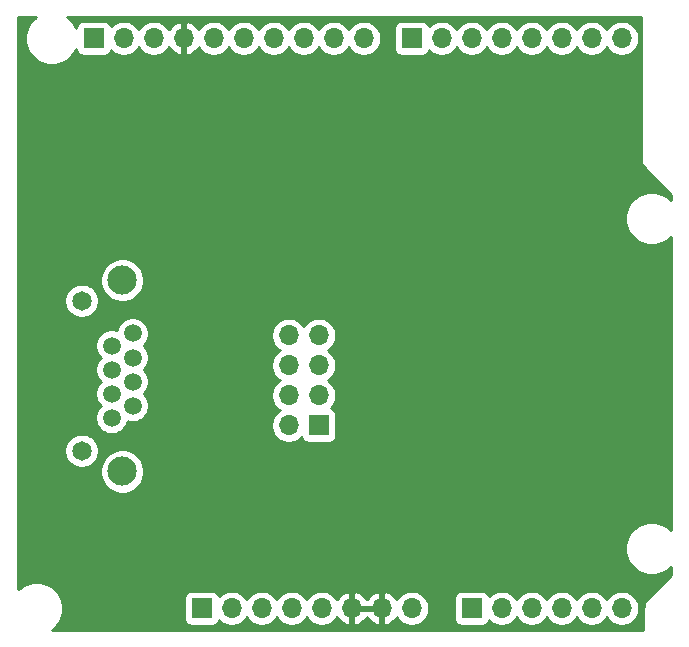
<source format=gbr>
%TF.GenerationSoftware,KiCad,Pcbnew,(5.1.6-0-10_14)*%
%TF.CreationDate,2022-12-08T17:46:00+09:00*%
%TF.ProjectId,MuxReadoutBoard,4d757852-6561-4646-9f75-74426f617264,rev?*%
%TF.SameCoordinates,Original*%
%TF.FileFunction,Copper,L1,Top*%
%TF.FilePolarity,Positive*%
%FSLAX46Y46*%
G04 Gerber Fmt 4.6, Leading zero omitted, Abs format (unit mm)*
G04 Created by KiCad (PCBNEW (5.1.6-0-10_14)) date 2022-12-08 17:46:00*
%MOMM*%
%LPD*%
G01*
G04 APERTURE LIST*
%TA.AperFunction,ComponentPad*%
%ADD10C,2.475000*%
%TD*%
%TA.AperFunction,ComponentPad*%
%ADD11C,1.650000*%
%TD*%
%TA.AperFunction,ComponentPad*%
%ADD12C,1.509000*%
%TD*%
%TA.AperFunction,ComponentPad*%
%ADD13O,1.700000X1.700000*%
%TD*%
%TA.AperFunction,ComponentPad*%
%ADD14R,1.700000X1.700000*%
%TD*%
%TA.AperFunction,ViaPad*%
%ADD15C,0.800000*%
%TD*%
%TA.AperFunction,Conductor*%
%ADD16C,0.254000*%
%TD*%
G04 APERTURE END LIST*
D10*
%TO.P,J1,MH4*%
%TO.N,N/C*%
X122810000Y-122071000D03*
%TO.P,J1,MH3*%
X122810000Y-138271000D03*
D11*
%TO.P,J1,MH2*%
X119380000Y-123821000D03*
%TO.P,J1,MH1*%
X119380000Y-136521000D03*
D12*
%TO.P,J1,8*%
%TO.N,Net-(J1-Pad8)*%
X123700000Y-126591000D03*
%TO.P,J1,7*%
%TO.N,Net-(J1-Pad7)*%
X121920000Y-127611000D03*
%TO.P,J1,6*%
%TO.N,Net-(J1-Pad6)*%
X123700000Y-128631000D03*
%TO.P,J1,5*%
%TO.N,Net-(J1-Pad5)*%
X121920000Y-129651000D03*
%TO.P,J1,4*%
%TO.N,Net-(J1-Pad4)*%
X123700000Y-130671000D03*
%TO.P,J1,3*%
%TO.N,Net-(J1-Pad3)*%
X121920000Y-131691000D03*
%TO.P,J1,2*%
%TO.N,Net-(J1-Pad2)*%
X123700000Y-132711000D03*
%TO.P,J1,1*%
%TO.N,Net-(J1-Pad1)*%
X121920000Y-133731000D03*
%TD*%
D13*
%TO.P,J5,8*%
%TO.N,Net-(J5-Pad8)*%
X147320000Y-149860000D03*
%TO.P,J5,7*%
%TO.N,GND*%
X144780000Y-149860000D03*
%TO.P,J5,6*%
X142240000Y-149860000D03*
%TO.P,J5,5*%
%TO.N,+5V*%
X139700000Y-149860000D03*
%TO.P,J5,4*%
%TO.N,+3V3*%
X137160000Y-149860000D03*
%TO.P,J5,3*%
%TO.N,Net-(J5-Pad3)*%
X134620000Y-149860000D03*
%TO.P,J5,2*%
%TO.N,Net-(J5-Pad2)*%
X132080000Y-149860000D03*
D14*
%TO.P,J5,1*%
%TO.N,Net-(J5-Pad1)*%
X129540000Y-149860000D03*
%TD*%
D13*
%TO.P,J3,10*%
%TO.N,Net-(J3-Pad10)*%
X143256000Y-101600000D03*
%TO.P,J3,9*%
%TO.N,Net-(J3-Pad9)*%
X140716000Y-101600000D03*
%TO.P,J3,8*%
%TO.N,Net-(J3-Pad8)*%
X138176000Y-101600000D03*
%TO.P,J3,7*%
%TO.N,Net-(J3-Pad7)*%
X135636000Y-101600000D03*
%TO.P,J3,6*%
%TO.N,Net-(J3-Pad6)*%
X133096000Y-101600000D03*
%TO.P,J3,5*%
%TO.N,Net-(J3-Pad5)*%
X130556000Y-101600000D03*
%TO.P,J3,4*%
%TO.N,GND*%
X128016000Y-101600000D03*
%TO.P,J3,3*%
%TO.N,Net-(J3-Pad3)*%
X125476000Y-101600000D03*
%TO.P,J3,2*%
%TO.N,Net-(J3-Pad2)*%
X122936000Y-101600000D03*
D14*
%TO.P,J3,1*%
%TO.N,Net-(J3-Pad1)*%
X120396000Y-101600000D03*
%TD*%
D13*
%TO.P,J4,8*%
%TO.N,Net-(J4-Pad8)*%
X165100000Y-101600000D03*
%TO.P,J4,7*%
%TO.N,Net-(J4-Pad7)*%
X162560000Y-101600000D03*
%TO.P,J4,6*%
%TO.N,Net-(J4-Pad6)*%
X160020000Y-101600000D03*
%TO.P,J4,5*%
%TO.N,Net-(J4-Pad5)*%
X157480000Y-101600000D03*
%TO.P,J4,4*%
%TO.N,Net-(J4-Pad4)*%
X154940000Y-101600000D03*
%TO.P,J4,3*%
%TO.N,Net-(J4-Pad3)*%
X152400000Y-101600000D03*
%TO.P,J4,2*%
%TO.N,Net-(J4-Pad2)*%
X149860000Y-101600000D03*
D14*
%TO.P,J4,1*%
%TO.N,Net-(J4-Pad1)*%
X147320000Y-101600000D03*
%TD*%
D13*
%TO.P,J6,6*%
%TO.N,Net-(J6-Pad6)*%
X165100000Y-149860000D03*
%TO.P,J6,5*%
%TO.N,Net-(J6-Pad5)*%
X162560000Y-149860000D03*
%TO.P,J6,4*%
%TO.N,Net-(J6-Pad4)*%
X160020000Y-149860000D03*
%TO.P,J6,3*%
%TO.N,Net-(J6-Pad3)*%
X157480000Y-149860000D03*
%TO.P,J6,2*%
%TO.N,Net-(J6-Pad2)*%
X154940000Y-149860000D03*
D14*
%TO.P,J6,1*%
%TO.N,Net-(J6-Pad1)*%
X152400000Y-149860000D03*
%TD*%
D13*
%TO.P,J2,8*%
%TO.N,Net-(J1-Pad8)*%
X136906000Y-126746000D03*
%TO.P,J2,7*%
%TO.N,Net-(J1-Pad7)*%
X139446000Y-126746000D03*
%TO.P,J2,6*%
%TO.N,Net-(J1-Pad6)*%
X136906000Y-129286000D03*
%TO.P,J2,5*%
%TO.N,Net-(J1-Pad5)*%
X139446000Y-129286000D03*
%TO.P,J2,4*%
%TO.N,Net-(J1-Pad4)*%
X136906000Y-131826000D03*
%TO.P,J2,3*%
%TO.N,Net-(J1-Pad3)*%
X139446000Y-131826000D03*
%TO.P,J2,2*%
%TO.N,Net-(J1-Pad2)*%
X136906000Y-134366000D03*
D14*
%TO.P,J2,1*%
%TO.N,Net-(J1-Pad1)*%
X139446000Y-134366000D03*
%TD*%
D15*
%TO.N,GND*%
X161798000Y-112395000D03*
X161798000Y-118745000D03*
X164338000Y-123952000D03*
%TD*%
D16*
%TO.N,GND*%
G36*
X115401513Y-99847199D02*
G01*
X115087199Y-100161513D01*
X114840244Y-100531108D01*
X114670138Y-100941779D01*
X114583419Y-101377746D01*
X114583419Y-101822254D01*
X114670138Y-102258221D01*
X114840244Y-102668892D01*
X115087199Y-103038487D01*
X115401513Y-103352801D01*
X115771108Y-103599756D01*
X116181779Y-103769862D01*
X116617746Y-103856581D01*
X117062254Y-103856581D01*
X117498221Y-103769862D01*
X117908892Y-103599756D01*
X118278487Y-103352801D01*
X118592801Y-103038487D01*
X118839756Y-102668892D01*
X118912249Y-102493878D01*
X118920188Y-102574482D01*
X118956498Y-102694180D01*
X119015463Y-102804494D01*
X119094815Y-102901185D01*
X119191506Y-102980537D01*
X119301820Y-103039502D01*
X119421518Y-103075812D01*
X119546000Y-103088072D01*
X121246000Y-103088072D01*
X121370482Y-103075812D01*
X121490180Y-103039502D01*
X121600494Y-102980537D01*
X121697185Y-102901185D01*
X121776537Y-102804494D01*
X121835502Y-102694180D01*
X121857513Y-102621620D01*
X121989368Y-102753475D01*
X122232589Y-102915990D01*
X122502842Y-103027932D01*
X122789740Y-103085000D01*
X123082260Y-103085000D01*
X123369158Y-103027932D01*
X123639411Y-102915990D01*
X123882632Y-102753475D01*
X124089475Y-102546632D01*
X124206000Y-102372240D01*
X124322525Y-102546632D01*
X124529368Y-102753475D01*
X124772589Y-102915990D01*
X125042842Y-103027932D01*
X125329740Y-103085000D01*
X125622260Y-103085000D01*
X125909158Y-103027932D01*
X126179411Y-102915990D01*
X126422632Y-102753475D01*
X126629475Y-102546632D01*
X126751195Y-102364466D01*
X126820822Y-102481355D01*
X127015731Y-102697588D01*
X127249080Y-102871641D01*
X127511901Y-102996825D01*
X127659110Y-103041476D01*
X127889000Y-102920155D01*
X127889000Y-101727000D01*
X127869000Y-101727000D01*
X127869000Y-101473000D01*
X127889000Y-101473000D01*
X127889000Y-100279845D01*
X128143000Y-100279845D01*
X128143000Y-101473000D01*
X128163000Y-101473000D01*
X128163000Y-101727000D01*
X128143000Y-101727000D01*
X128143000Y-102920155D01*
X128372890Y-103041476D01*
X128520099Y-102996825D01*
X128782920Y-102871641D01*
X129016269Y-102697588D01*
X129211178Y-102481355D01*
X129280805Y-102364466D01*
X129402525Y-102546632D01*
X129609368Y-102753475D01*
X129852589Y-102915990D01*
X130122842Y-103027932D01*
X130409740Y-103085000D01*
X130702260Y-103085000D01*
X130989158Y-103027932D01*
X131259411Y-102915990D01*
X131502632Y-102753475D01*
X131709475Y-102546632D01*
X131826000Y-102372240D01*
X131942525Y-102546632D01*
X132149368Y-102753475D01*
X132392589Y-102915990D01*
X132662842Y-103027932D01*
X132949740Y-103085000D01*
X133242260Y-103085000D01*
X133529158Y-103027932D01*
X133799411Y-102915990D01*
X134042632Y-102753475D01*
X134249475Y-102546632D01*
X134366000Y-102372240D01*
X134482525Y-102546632D01*
X134689368Y-102753475D01*
X134932589Y-102915990D01*
X135202842Y-103027932D01*
X135489740Y-103085000D01*
X135782260Y-103085000D01*
X136069158Y-103027932D01*
X136339411Y-102915990D01*
X136582632Y-102753475D01*
X136789475Y-102546632D01*
X136906000Y-102372240D01*
X137022525Y-102546632D01*
X137229368Y-102753475D01*
X137472589Y-102915990D01*
X137742842Y-103027932D01*
X138029740Y-103085000D01*
X138322260Y-103085000D01*
X138609158Y-103027932D01*
X138879411Y-102915990D01*
X139122632Y-102753475D01*
X139329475Y-102546632D01*
X139446000Y-102372240D01*
X139562525Y-102546632D01*
X139769368Y-102753475D01*
X140012589Y-102915990D01*
X140282842Y-103027932D01*
X140569740Y-103085000D01*
X140862260Y-103085000D01*
X141149158Y-103027932D01*
X141419411Y-102915990D01*
X141662632Y-102753475D01*
X141869475Y-102546632D01*
X141986000Y-102372240D01*
X142102525Y-102546632D01*
X142309368Y-102753475D01*
X142552589Y-102915990D01*
X142822842Y-103027932D01*
X143109740Y-103085000D01*
X143402260Y-103085000D01*
X143689158Y-103027932D01*
X143959411Y-102915990D01*
X144202632Y-102753475D01*
X144409475Y-102546632D01*
X144571990Y-102303411D01*
X144683932Y-102033158D01*
X144741000Y-101746260D01*
X144741000Y-101453740D01*
X144683932Y-101166842D01*
X144571990Y-100896589D01*
X144474043Y-100750000D01*
X145831928Y-100750000D01*
X145831928Y-102450000D01*
X145844188Y-102574482D01*
X145880498Y-102694180D01*
X145939463Y-102804494D01*
X146018815Y-102901185D01*
X146115506Y-102980537D01*
X146225820Y-103039502D01*
X146345518Y-103075812D01*
X146470000Y-103088072D01*
X148170000Y-103088072D01*
X148294482Y-103075812D01*
X148414180Y-103039502D01*
X148524494Y-102980537D01*
X148621185Y-102901185D01*
X148700537Y-102804494D01*
X148759502Y-102694180D01*
X148781513Y-102621620D01*
X148913368Y-102753475D01*
X149156589Y-102915990D01*
X149426842Y-103027932D01*
X149713740Y-103085000D01*
X150006260Y-103085000D01*
X150293158Y-103027932D01*
X150563411Y-102915990D01*
X150806632Y-102753475D01*
X151013475Y-102546632D01*
X151130000Y-102372240D01*
X151246525Y-102546632D01*
X151453368Y-102753475D01*
X151696589Y-102915990D01*
X151966842Y-103027932D01*
X152253740Y-103085000D01*
X152546260Y-103085000D01*
X152833158Y-103027932D01*
X153103411Y-102915990D01*
X153346632Y-102753475D01*
X153553475Y-102546632D01*
X153670000Y-102372240D01*
X153786525Y-102546632D01*
X153993368Y-102753475D01*
X154236589Y-102915990D01*
X154506842Y-103027932D01*
X154793740Y-103085000D01*
X155086260Y-103085000D01*
X155373158Y-103027932D01*
X155643411Y-102915990D01*
X155886632Y-102753475D01*
X156093475Y-102546632D01*
X156210000Y-102372240D01*
X156326525Y-102546632D01*
X156533368Y-102753475D01*
X156776589Y-102915990D01*
X157046842Y-103027932D01*
X157333740Y-103085000D01*
X157626260Y-103085000D01*
X157913158Y-103027932D01*
X158183411Y-102915990D01*
X158426632Y-102753475D01*
X158633475Y-102546632D01*
X158750000Y-102372240D01*
X158866525Y-102546632D01*
X159073368Y-102753475D01*
X159316589Y-102915990D01*
X159586842Y-103027932D01*
X159873740Y-103085000D01*
X160166260Y-103085000D01*
X160453158Y-103027932D01*
X160723411Y-102915990D01*
X160966632Y-102753475D01*
X161173475Y-102546632D01*
X161290000Y-102372240D01*
X161406525Y-102546632D01*
X161613368Y-102753475D01*
X161856589Y-102915990D01*
X162126842Y-103027932D01*
X162413740Y-103085000D01*
X162706260Y-103085000D01*
X162993158Y-103027932D01*
X163263411Y-102915990D01*
X163506632Y-102753475D01*
X163713475Y-102546632D01*
X163830000Y-102372240D01*
X163946525Y-102546632D01*
X164153368Y-102753475D01*
X164396589Y-102915990D01*
X164666842Y-103027932D01*
X164953740Y-103085000D01*
X165246260Y-103085000D01*
X165533158Y-103027932D01*
X165803411Y-102915990D01*
X166046632Y-102753475D01*
X166253475Y-102546632D01*
X166415990Y-102303411D01*
X166527932Y-102033158D01*
X166585000Y-101746260D01*
X166585000Y-101453740D01*
X166527932Y-101166842D01*
X166415990Y-100896589D01*
X166253475Y-100653368D01*
X166046632Y-100446525D01*
X165803411Y-100284010D01*
X165533158Y-100172068D01*
X165246260Y-100115000D01*
X164953740Y-100115000D01*
X164666842Y-100172068D01*
X164396589Y-100284010D01*
X164153368Y-100446525D01*
X163946525Y-100653368D01*
X163830000Y-100827760D01*
X163713475Y-100653368D01*
X163506632Y-100446525D01*
X163263411Y-100284010D01*
X162993158Y-100172068D01*
X162706260Y-100115000D01*
X162413740Y-100115000D01*
X162126842Y-100172068D01*
X161856589Y-100284010D01*
X161613368Y-100446525D01*
X161406525Y-100653368D01*
X161290000Y-100827760D01*
X161173475Y-100653368D01*
X160966632Y-100446525D01*
X160723411Y-100284010D01*
X160453158Y-100172068D01*
X160166260Y-100115000D01*
X159873740Y-100115000D01*
X159586842Y-100172068D01*
X159316589Y-100284010D01*
X159073368Y-100446525D01*
X158866525Y-100653368D01*
X158750000Y-100827760D01*
X158633475Y-100653368D01*
X158426632Y-100446525D01*
X158183411Y-100284010D01*
X157913158Y-100172068D01*
X157626260Y-100115000D01*
X157333740Y-100115000D01*
X157046842Y-100172068D01*
X156776589Y-100284010D01*
X156533368Y-100446525D01*
X156326525Y-100653368D01*
X156210000Y-100827760D01*
X156093475Y-100653368D01*
X155886632Y-100446525D01*
X155643411Y-100284010D01*
X155373158Y-100172068D01*
X155086260Y-100115000D01*
X154793740Y-100115000D01*
X154506842Y-100172068D01*
X154236589Y-100284010D01*
X153993368Y-100446525D01*
X153786525Y-100653368D01*
X153670000Y-100827760D01*
X153553475Y-100653368D01*
X153346632Y-100446525D01*
X153103411Y-100284010D01*
X152833158Y-100172068D01*
X152546260Y-100115000D01*
X152253740Y-100115000D01*
X151966842Y-100172068D01*
X151696589Y-100284010D01*
X151453368Y-100446525D01*
X151246525Y-100653368D01*
X151130000Y-100827760D01*
X151013475Y-100653368D01*
X150806632Y-100446525D01*
X150563411Y-100284010D01*
X150293158Y-100172068D01*
X150006260Y-100115000D01*
X149713740Y-100115000D01*
X149426842Y-100172068D01*
X149156589Y-100284010D01*
X148913368Y-100446525D01*
X148781513Y-100578380D01*
X148759502Y-100505820D01*
X148700537Y-100395506D01*
X148621185Y-100298815D01*
X148524494Y-100219463D01*
X148414180Y-100160498D01*
X148294482Y-100124188D01*
X148170000Y-100111928D01*
X146470000Y-100111928D01*
X146345518Y-100124188D01*
X146225820Y-100160498D01*
X146115506Y-100219463D01*
X146018815Y-100298815D01*
X145939463Y-100395506D01*
X145880498Y-100505820D01*
X145844188Y-100625518D01*
X145831928Y-100750000D01*
X144474043Y-100750000D01*
X144409475Y-100653368D01*
X144202632Y-100446525D01*
X143959411Y-100284010D01*
X143689158Y-100172068D01*
X143402260Y-100115000D01*
X143109740Y-100115000D01*
X142822842Y-100172068D01*
X142552589Y-100284010D01*
X142309368Y-100446525D01*
X142102525Y-100653368D01*
X141986000Y-100827760D01*
X141869475Y-100653368D01*
X141662632Y-100446525D01*
X141419411Y-100284010D01*
X141149158Y-100172068D01*
X140862260Y-100115000D01*
X140569740Y-100115000D01*
X140282842Y-100172068D01*
X140012589Y-100284010D01*
X139769368Y-100446525D01*
X139562525Y-100653368D01*
X139446000Y-100827760D01*
X139329475Y-100653368D01*
X139122632Y-100446525D01*
X138879411Y-100284010D01*
X138609158Y-100172068D01*
X138322260Y-100115000D01*
X138029740Y-100115000D01*
X137742842Y-100172068D01*
X137472589Y-100284010D01*
X137229368Y-100446525D01*
X137022525Y-100653368D01*
X136906000Y-100827760D01*
X136789475Y-100653368D01*
X136582632Y-100446525D01*
X136339411Y-100284010D01*
X136069158Y-100172068D01*
X135782260Y-100115000D01*
X135489740Y-100115000D01*
X135202842Y-100172068D01*
X134932589Y-100284010D01*
X134689368Y-100446525D01*
X134482525Y-100653368D01*
X134366000Y-100827760D01*
X134249475Y-100653368D01*
X134042632Y-100446525D01*
X133799411Y-100284010D01*
X133529158Y-100172068D01*
X133242260Y-100115000D01*
X132949740Y-100115000D01*
X132662842Y-100172068D01*
X132392589Y-100284010D01*
X132149368Y-100446525D01*
X131942525Y-100653368D01*
X131826000Y-100827760D01*
X131709475Y-100653368D01*
X131502632Y-100446525D01*
X131259411Y-100284010D01*
X130989158Y-100172068D01*
X130702260Y-100115000D01*
X130409740Y-100115000D01*
X130122842Y-100172068D01*
X129852589Y-100284010D01*
X129609368Y-100446525D01*
X129402525Y-100653368D01*
X129280805Y-100835534D01*
X129211178Y-100718645D01*
X129016269Y-100502412D01*
X128782920Y-100328359D01*
X128520099Y-100203175D01*
X128372890Y-100158524D01*
X128143000Y-100279845D01*
X127889000Y-100279845D01*
X127659110Y-100158524D01*
X127511901Y-100203175D01*
X127249080Y-100328359D01*
X127015731Y-100502412D01*
X126820822Y-100718645D01*
X126751195Y-100835534D01*
X126629475Y-100653368D01*
X126422632Y-100446525D01*
X126179411Y-100284010D01*
X125909158Y-100172068D01*
X125622260Y-100115000D01*
X125329740Y-100115000D01*
X125042842Y-100172068D01*
X124772589Y-100284010D01*
X124529368Y-100446525D01*
X124322525Y-100653368D01*
X124206000Y-100827760D01*
X124089475Y-100653368D01*
X123882632Y-100446525D01*
X123639411Y-100284010D01*
X123369158Y-100172068D01*
X123082260Y-100115000D01*
X122789740Y-100115000D01*
X122502842Y-100172068D01*
X122232589Y-100284010D01*
X121989368Y-100446525D01*
X121857513Y-100578380D01*
X121835502Y-100505820D01*
X121776537Y-100395506D01*
X121697185Y-100298815D01*
X121600494Y-100219463D01*
X121490180Y-100160498D01*
X121370482Y-100124188D01*
X121246000Y-100111928D01*
X119546000Y-100111928D01*
X119421518Y-100124188D01*
X119301820Y-100160498D01*
X119191506Y-100219463D01*
X119094815Y-100298815D01*
X119015463Y-100395506D01*
X118956498Y-100505820D01*
X118920188Y-100625518D01*
X118912249Y-100706122D01*
X118839756Y-100531108D01*
X118592801Y-100161513D01*
X118278487Y-99847199D01*
X118145739Y-99758500D01*
X166751000Y-99758500D01*
X166751000Y-112268000D01*
X166753440Y-112292776D01*
X166760667Y-112316601D01*
X166772403Y-112338557D01*
X166788197Y-112357803D01*
X169291000Y-114860606D01*
X169291000Y-115299712D01*
X169078487Y-115087199D01*
X168708892Y-114840244D01*
X168298221Y-114670138D01*
X167862254Y-114583419D01*
X167417746Y-114583419D01*
X166981779Y-114670138D01*
X166571108Y-114840244D01*
X166201513Y-115087199D01*
X165887199Y-115401513D01*
X165640244Y-115771108D01*
X165470138Y-116181779D01*
X165383419Y-116617746D01*
X165383419Y-117062254D01*
X165470138Y-117498221D01*
X165640244Y-117908892D01*
X165887199Y-118278487D01*
X166201513Y-118592801D01*
X166571108Y-118839756D01*
X166981779Y-119009862D01*
X167417746Y-119096581D01*
X167862254Y-119096581D01*
X168298221Y-119009862D01*
X168708892Y-118839756D01*
X169078487Y-118592801D01*
X169291000Y-118380288D01*
X169291000Y-143239712D01*
X169078487Y-143027199D01*
X168708892Y-142780244D01*
X168298221Y-142610138D01*
X167862254Y-142523419D01*
X167417746Y-142523419D01*
X166981779Y-142610138D01*
X166571108Y-142780244D01*
X166201513Y-143027199D01*
X165887199Y-143341513D01*
X165640244Y-143711108D01*
X165470138Y-144121779D01*
X165383419Y-144557746D01*
X165383419Y-145002254D01*
X165470138Y-145438221D01*
X165640244Y-145848892D01*
X165887199Y-146218487D01*
X166201513Y-146532801D01*
X166571108Y-146779756D01*
X166981779Y-146949862D01*
X167417746Y-147036581D01*
X167862254Y-147036581D01*
X168298221Y-146949862D01*
X168708892Y-146779756D01*
X169078487Y-146532801D01*
X169291000Y-146320288D01*
X169291000Y-147013394D01*
X167042197Y-149262197D01*
X167026403Y-149281443D01*
X167014667Y-149303399D01*
X167007440Y-149327224D01*
X167005000Y-149352000D01*
X167005000Y-149566237D01*
X166991549Y-149591402D01*
X166991549Y-149591403D01*
X166954439Y-149713740D01*
X166951608Y-149723071D01*
X166938122Y-149860000D01*
X166941501Y-149894308D01*
X166941500Y-151701500D01*
X116875739Y-151701500D01*
X117008487Y-151612801D01*
X117322801Y-151298487D01*
X117569756Y-150928892D01*
X117739862Y-150518221D01*
X117826581Y-150082254D01*
X117826581Y-149637746D01*
X117739862Y-149201779D01*
X117660425Y-149010000D01*
X128051928Y-149010000D01*
X128051928Y-150710000D01*
X128064188Y-150834482D01*
X128100498Y-150954180D01*
X128159463Y-151064494D01*
X128238815Y-151161185D01*
X128335506Y-151240537D01*
X128445820Y-151299502D01*
X128565518Y-151335812D01*
X128690000Y-151348072D01*
X130390000Y-151348072D01*
X130514482Y-151335812D01*
X130634180Y-151299502D01*
X130744494Y-151240537D01*
X130841185Y-151161185D01*
X130920537Y-151064494D01*
X130979502Y-150954180D01*
X131001513Y-150881620D01*
X131133368Y-151013475D01*
X131376589Y-151175990D01*
X131646842Y-151287932D01*
X131933740Y-151345000D01*
X132226260Y-151345000D01*
X132513158Y-151287932D01*
X132783411Y-151175990D01*
X133026632Y-151013475D01*
X133233475Y-150806632D01*
X133350000Y-150632240D01*
X133466525Y-150806632D01*
X133673368Y-151013475D01*
X133916589Y-151175990D01*
X134186842Y-151287932D01*
X134473740Y-151345000D01*
X134766260Y-151345000D01*
X135053158Y-151287932D01*
X135323411Y-151175990D01*
X135566632Y-151013475D01*
X135773475Y-150806632D01*
X135890000Y-150632240D01*
X136006525Y-150806632D01*
X136213368Y-151013475D01*
X136456589Y-151175990D01*
X136726842Y-151287932D01*
X137013740Y-151345000D01*
X137306260Y-151345000D01*
X137593158Y-151287932D01*
X137863411Y-151175990D01*
X138106632Y-151013475D01*
X138313475Y-150806632D01*
X138430000Y-150632240D01*
X138546525Y-150806632D01*
X138753368Y-151013475D01*
X138996589Y-151175990D01*
X139266842Y-151287932D01*
X139553740Y-151345000D01*
X139846260Y-151345000D01*
X140133158Y-151287932D01*
X140403411Y-151175990D01*
X140646632Y-151013475D01*
X140853475Y-150806632D01*
X140975195Y-150624466D01*
X141044822Y-150741355D01*
X141239731Y-150957588D01*
X141473080Y-151131641D01*
X141735901Y-151256825D01*
X141883110Y-151301476D01*
X142113000Y-151180155D01*
X142113000Y-149987000D01*
X142367000Y-149987000D01*
X142367000Y-151180155D01*
X142596890Y-151301476D01*
X142744099Y-151256825D01*
X143006920Y-151131641D01*
X143240269Y-150957588D01*
X143435178Y-150741355D01*
X143510000Y-150615745D01*
X143584822Y-150741355D01*
X143779731Y-150957588D01*
X144013080Y-151131641D01*
X144275901Y-151256825D01*
X144423110Y-151301476D01*
X144653000Y-151180155D01*
X144653000Y-149987000D01*
X142367000Y-149987000D01*
X142113000Y-149987000D01*
X142093000Y-149987000D01*
X142093000Y-149733000D01*
X142113000Y-149733000D01*
X142113000Y-148539845D01*
X142367000Y-148539845D01*
X142367000Y-149733000D01*
X144653000Y-149733000D01*
X144653000Y-148539845D01*
X144907000Y-148539845D01*
X144907000Y-149733000D01*
X144927000Y-149733000D01*
X144927000Y-149987000D01*
X144907000Y-149987000D01*
X144907000Y-151180155D01*
X145136890Y-151301476D01*
X145284099Y-151256825D01*
X145546920Y-151131641D01*
X145780269Y-150957588D01*
X145975178Y-150741355D01*
X146044805Y-150624466D01*
X146166525Y-150806632D01*
X146373368Y-151013475D01*
X146616589Y-151175990D01*
X146886842Y-151287932D01*
X147173740Y-151345000D01*
X147466260Y-151345000D01*
X147753158Y-151287932D01*
X148023411Y-151175990D01*
X148266632Y-151013475D01*
X148473475Y-150806632D01*
X148635990Y-150563411D01*
X148747932Y-150293158D01*
X148805000Y-150006260D01*
X148805000Y-149713740D01*
X148747932Y-149426842D01*
X148635990Y-149156589D01*
X148538043Y-149010000D01*
X150911928Y-149010000D01*
X150911928Y-150710000D01*
X150924188Y-150834482D01*
X150960498Y-150954180D01*
X151019463Y-151064494D01*
X151098815Y-151161185D01*
X151195506Y-151240537D01*
X151305820Y-151299502D01*
X151425518Y-151335812D01*
X151550000Y-151348072D01*
X153250000Y-151348072D01*
X153374482Y-151335812D01*
X153494180Y-151299502D01*
X153604494Y-151240537D01*
X153701185Y-151161185D01*
X153780537Y-151064494D01*
X153839502Y-150954180D01*
X153861513Y-150881620D01*
X153993368Y-151013475D01*
X154236589Y-151175990D01*
X154506842Y-151287932D01*
X154793740Y-151345000D01*
X155086260Y-151345000D01*
X155373158Y-151287932D01*
X155643411Y-151175990D01*
X155886632Y-151013475D01*
X156093475Y-150806632D01*
X156210000Y-150632240D01*
X156326525Y-150806632D01*
X156533368Y-151013475D01*
X156776589Y-151175990D01*
X157046842Y-151287932D01*
X157333740Y-151345000D01*
X157626260Y-151345000D01*
X157913158Y-151287932D01*
X158183411Y-151175990D01*
X158426632Y-151013475D01*
X158633475Y-150806632D01*
X158750000Y-150632240D01*
X158866525Y-150806632D01*
X159073368Y-151013475D01*
X159316589Y-151175990D01*
X159586842Y-151287932D01*
X159873740Y-151345000D01*
X160166260Y-151345000D01*
X160453158Y-151287932D01*
X160723411Y-151175990D01*
X160966632Y-151013475D01*
X161173475Y-150806632D01*
X161290000Y-150632240D01*
X161406525Y-150806632D01*
X161613368Y-151013475D01*
X161856589Y-151175990D01*
X162126842Y-151287932D01*
X162413740Y-151345000D01*
X162706260Y-151345000D01*
X162993158Y-151287932D01*
X163263411Y-151175990D01*
X163506632Y-151013475D01*
X163713475Y-150806632D01*
X163830000Y-150632240D01*
X163946525Y-150806632D01*
X164153368Y-151013475D01*
X164396589Y-151175990D01*
X164666842Y-151287932D01*
X164953740Y-151345000D01*
X165246260Y-151345000D01*
X165533158Y-151287932D01*
X165803411Y-151175990D01*
X166046632Y-151013475D01*
X166253475Y-150806632D01*
X166415990Y-150563411D01*
X166527932Y-150293158D01*
X166585000Y-150006260D01*
X166585000Y-149713740D01*
X166527932Y-149426842D01*
X166415990Y-149156589D01*
X166253475Y-148913368D01*
X166046632Y-148706525D01*
X165803411Y-148544010D01*
X165533158Y-148432068D01*
X165246260Y-148375000D01*
X164953740Y-148375000D01*
X164666842Y-148432068D01*
X164396589Y-148544010D01*
X164153368Y-148706525D01*
X163946525Y-148913368D01*
X163830000Y-149087760D01*
X163713475Y-148913368D01*
X163506632Y-148706525D01*
X163263411Y-148544010D01*
X162993158Y-148432068D01*
X162706260Y-148375000D01*
X162413740Y-148375000D01*
X162126842Y-148432068D01*
X161856589Y-148544010D01*
X161613368Y-148706525D01*
X161406525Y-148913368D01*
X161290000Y-149087760D01*
X161173475Y-148913368D01*
X160966632Y-148706525D01*
X160723411Y-148544010D01*
X160453158Y-148432068D01*
X160166260Y-148375000D01*
X159873740Y-148375000D01*
X159586842Y-148432068D01*
X159316589Y-148544010D01*
X159073368Y-148706525D01*
X158866525Y-148913368D01*
X158750000Y-149087760D01*
X158633475Y-148913368D01*
X158426632Y-148706525D01*
X158183411Y-148544010D01*
X157913158Y-148432068D01*
X157626260Y-148375000D01*
X157333740Y-148375000D01*
X157046842Y-148432068D01*
X156776589Y-148544010D01*
X156533368Y-148706525D01*
X156326525Y-148913368D01*
X156210000Y-149087760D01*
X156093475Y-148913368D01*
X155886632Y-148706525D01*
X155643411Y-148544010D01*
X155373158Y-148432068D01*
X155086260Y-148375000D01*
X154793740Y-148375000D01*
X154506842Y-148432068D01*
X154236589Y-148544010D01*
X153993368Y-148706525D01*
X153861513Y-148838380D01*
X153839502Y-148765820D01*
X153780537Y-148655506D01*
X153701185Y-148558815D01*
X153604494Y-148479463D01*
X153494180Y-148420498D01*
X153374482Y-148384188D01*
X153250000Y-148371928D01*
X151550000Y-148371928D01*
X151425518Y-148384188D01*
X151305820Y-148420498D01*
X151195506Y-148479463D01*
X151098815Y-148558815D01*
X151019463Y-148655506D01*
X150960498Y-148765820D01*
X150924188Y-148885518D01*
X150911928Y-149010000D01*
X148538043Y-149010000D01*
X148473475Y-148913368D01*
X148266632Y-148706525D01*
X148023411Y-148544010D01*
X147753158Y-148432068D01*
X147466260Y-148375000D01*
X147173740Y-148375000D01*
X146886842Y-148432068D01*
X146616589Y-148544010D01*
X146373368Y-148706525D01*
X146166525Y-148913368D01*
X146044805Y-149095534D01*
X145975178Y-148978645D01*
X145780269Y-148762412D01*
X145546920Y-148588359D01*
X145284099Y-148463175D01*
X145136890Y-148418524D01*
X144907000Y-148539845D01*
X144653000Y-148539845D01*
X144423110Y-148418524D01*
X144275901Y-148463175D01*
X144013080Y-148588359D01*
X143779731Y-148762412D01*
X143584822Y-148978645D01*
X143510000Y-149104255D01*
X143435178Y-148978645D01*
X143240269Y-148762412D01*
X143006920Y-148588359D01*
X142744099Y-148463175D01*
X142596890Y-148418524D01*
X142367000Y-148539845D01*
X142113000Y-148539845D01*
X141883110Y-148418524D01*
X141735901Y-148463175D01*
X141473080Y-148588359D01*
X141239731Y-148762412D01*
X141044822Y-148978645D01*
X140975195Y-149095534D01*
X140853475Y-148913368D01*
X140646632Y-148706525D01*
X140403411Y-148544010D01*
X140133158Y-148432068D01*
X139846260Y-148375000D01*
X139553740Y-148375000D01*
X139266842Y-148432068D01*
X138996589Y-148544010D01*
X138753368Y-148706525D01*
X138546525Y-148913368D01*
X138430000Y-149087760D01*
X138313475Y-148913368D01*
X138106632Y-148706525D01*
X137863411Y-148544010D01*
X137593158Y-148432068D01*
X137306260Y-148375000D01*
X137013740Y-148375000D01*
X136726842Y-148432068D01*
X136456589Y-148544010D01*
X136213368Y-148706525D01*
X136006525Y-148913368D01*
X135890000Y-149087760D01*
X135773475Y-148913368D01*
X135566632Y-148706525D01*
X135323411Y-148544010D01*
X135053158Y-148432068D01*
X134766260Y-148375000D01*
X134473740Y-148375000D01*
X134186842Y-148432068D01*
X133916589Y-148544010D01*
X133673368Y-148706525D01*
X133466525Y-148913368D01*
X133350000Y-149087760D01*
X133233475Y-148913368D01*
X133026632Y-148706525D01*
X132783411Y-148544010D01*
X132513158Y-148432068D01*
X132226260Y-148375000D01*
X131933740Y-148375000D01*
X131646842Y-148432068D01*
X131376589Y-148544010D01*
X131133368Y-148706525D01*
X131001513Y-148838380D01*
X130979502Y-148765820D01*
X130920537Y-148655506D01*
X130841185Y-148558815D01*
X130744494Y-148479463D01*
X130634180Y-148420498D01*
X130514482Y-148384188D01*
X130390000Y-148371928D01*
X128690000Y-148371928D01*
X128565518Y-148384188D01*
X128445820Y-148420498D01*
X128335506Y-148479463D01*
X128238815Y-148558815D01*
X128159463Y-148655506D01*
X128100498Y-148765820D01*
X128064188Y-148885518D01*
X128051928Y-149010000D01*
X117660425Y-149010000D01*
X117569756Y-148791108D01*
X117322801Y-148421513D01*
X117008487Y-148107199D01*
X116638892Y-147860244D01*
X116228221Y-147690138D01*
X115792254Y-147603419D01*
X115347746Y-147603419D01*
X114911779Y-147690138D01*
X114501108Y-147860244D01*
X114131513Y-148107199D01*
X113982500Y-148256212D01*
X113982500Y-138086575D01*
X120937500Y-138086575D01*
X120937500Y-138455425D01*
X121009459Y-138817188D01*
X121150612Y-139157961D01*
X121355534Y-139464649D01*
X121616351Y-139725466D01*
X121923039Y-139930388D01*
X122263812Y-140071541D01*
X122625575Y-140143500D01*
X122994425Y-140143500D01*
X123356188Y-140071541D01*
X123696961Y-139930388D01*
X124003649Y-139725466D01*
X124264466Y-139464649D01*
X124469388Y-139157961D01*
X124610541Y-138817188D01*
X124682500Y-138455425D01*
X124682500Y-138086575D01*
X124610541Y-137724812D01*
X124469388Y-137384039D01*
X124264466Y-137077351D01*
X124003649Y-136816534D01*
X123696961Y-136611612D01*
X123356188Y-136470459D01*
X122994425Y-136398500D01*
X122625575Y-136398500D01*
X122263812Y-136470459D01*
X121923039Y-136611612D01*
X121616351Y-136816534D01*
X121355534Y-137077351D01*
X121150612Y-137384039D01*
X121009459Y-137724812D01*
X120937500Y-138086575D01*
X113982500Y-138086575D01*
X113982500Y-136377203D01*
X117920000Y-136377203D01*
X117920000Y-136664797D01*
X117976107Y-136946866D01*
X118086165Y-137212569D01*
X118245944Y-137451696D01*
X118449304Y-137655056D01*
X118688431Y-137814835D01*
X118954134Y-137924893D01*
X119236203Y-137981000D01*
X119523797Y-137981000D01*
X119805866Y-137924893D01*
X120071569Y-137814835D01*
X120310696Y-137655056D01*
X120514056Y-137451696D01*
X120673835Y-137212569D01*
X120783893Y-136946866D01*
X120840000Y-136664797D01*
X120840000Y-136377203D01*
X120783893Y-136095134D01*
X120673835Y-135829431D01*
X120514056Y-135590304D01*
X120310696Y-135386944D01*
X120071569Y-135227165D01*
X119805866Y-135117107D01*
X119523797Y-135061000D01*
X119236203Y-135061000D01*
X118954134Y-135117107D01*
X118688431Y-135227165D01*
X118449304Y-135386944D01*
X118245944Y-135590304D01*
X118086165Y-135829431D01*
X117976107Y-136095134D01*
X117920000Y-136377203D01*
X113982500Y-136377203D01*
X113982500Y-127474146D01*
X120530500Y-127474146D01*
X120530500Y-127747854D01*
X120583898Y-128016302D01*
X120688641Y-128269175D01*
X120840705Y-128496754D01*
X120974951Y-128631000D01*
X120840705Y-128765246D01*
X120688641Y-128992825D01*
X120583898Y-129245698D01*
X120530500Y-129514146D01*
X120530500Y-129787854D01*
X120583898Y-130056302D01*
X120688641Y-130309175D01*
X120840705Y-130536754D01*
X120974951Y-130671000D01*
X120840705Y-130805246D01*
X120688641Y-131032825D01*
X120583898Y-131285698D01*
X120530500Y-131554146D01*
X120530500Y-131827854D01*
X120583898Y-132096302D01*
X120688641Y-132349175D01*
X120840705Y-132576754D01*
X120974951Y-132711000D01*
X120840705Y-132845246D01*
X120688641Y-133072825D01*
X120583898Y-133325698D01*
X120530500Y-133594146D01*
X120530500Y-133867854D01*
X120583898Y-134136302D01*
X120688641Y-134389175D01*
X120840705Y-134616754D01*
X121034246Y-134810295D01*
X121261825Y-134962359D01*
X121514698Y-135067102D01*
X121783146Y-135120500D01*
X122056854Y-135120500D01*
X122325302Y-135067102D01*
X122578175Y-134962359D01*
X122805754Y-134810295D01*
X122999295Y-134616754D01*
X123151359Y-134389175D01*
X123256102Y-134136302D01*
X123275432Y-134039122D01*
X123294698Y-134047102D01*
X123563146Y-134100500D01*
X123836854Y-134100500D01*
X124105302Y-134047102D01*
X124358175Y-133942359D01*
X124585754Y-133790295D01*
X124779295Y-133596754D01*
X124931359Y-133369175D01*
X125036102Y-133116302D01*
X125089500Y-132847854D01*
X125089500Y-132574146D01*
X125036102Y-132305698D01*
X124931359Y-132052825D01*
X124779295Y-131825246D01*
X124645049Y-131691000D01*
X124779295Y-131556754D01*
X124931359Y-131329175D01*
X125036102Y-131076302D01*
X125089500Y-130807854D01*
X125089500Y-130534146D01*
X125036102Y-130265698D01*
X124931359Y-130012825D01*
X124779295Y-129785246D01*
X124645049Y-129651000D01*
X124779295Y-129516754D01*
X124931359Y-129289175D01*
X125036102Y-129036302D01*
X125089500Y-128767854D01*
X125089500Y-128494146D01*
X125036102Y-128225698D01*
X124931359Y-127972825D01*
X124779295Y-127745246D01*
X124645049Y-127611000D01*
X124779295Y-127476754D01*
X124931359Y-127249175D01*
X125036102Y-126996302D01*
X125089500Y-126727854D01*
X125089500Y-126599740D01*
X135421000Y-126599740D01*
X135421000Y-126892260D01*
X135478068Y-127179158D01*
X135590010Y-127449411D01*
X135752525Y-127692632D01*
X135959368Y-127899475D01*
X136133760Y-128016000D01*
X135959368Y-128132525D01*
X135752525Y-128339368D01*
X135590010Y-128582589D01*
X135478068Y-128852842D01*
X135421000Y-129139740D01*
X135421000Y-129432260D01*
X135478068Y-129719158D01*
X135590010Y-129989411D01*
X135752525Y-130232632D01*
X135959368Y-130439475D01*
X136133760Y-130556000D01*
X135959368Y-130672525D01*
X135752525Y-130879368D01*
X135590010Y-131122589D01*
X135478068Y-131392842D01*
X135421000Y-131679740D01*
X135421000Y-131972260D01*
X135478068Y-132259158D01*
X135590010Y-132529411D01*
X135752525Y-132772632D01*
X135959368Y-132979475D01*
X136133760Y-133096000D01*
X135959368Y-133212525D01*
X135752525Y-133419368D01*
X135590010Y-133662589D01*
X135478068Y-133932842D01*
X135421000Y-134219740D01*
X135421000Y-134512260D01*
X135478068Y-134799158D01*
X135590010Y-135069411D01*
X135752525Y-135312632D01*
X135959368Y-135519475D01*
X136202589Y-135681990D01*
X136472842Y-135793932D01*
X136759740Y-135851000D01*
X137052260Y-135851000D01*
X137339158Y-135793932D01*
X137609411Y-135681990D01*
X137852632Y-135519475D01*
X137984487Y-135387620D01*
X138006498Y-135460180D01*
X138065463Y-135570494D01*
X138144815Y-135667185D01*
X138241506Y-135746537D01*
X138351820Y-135805502D01*
X138471518Y-135841812D01*
X138596000Y-135854072D01*
X140296000Y-135854072D01*
X140420482Y-135841812D01*
X140540180Y-135805502D01*
X140650494Y-135746537D01*
X140747185Y-135667185D01*
X140826537Y-135570494D01*
X140885502Y-135460180D01*
X140921812Y-135340482D01*
X140934072Y-135216000D01*
X140934072Y-133516000D01*
X140921812Y-133391518D01*
X140885502Y-133271820D01*
X140826537Y-133161506D01*
X140747185Y-133064815D01*
X140650494Y-132985463D01*
X140540180Y-132926498D01*
X140467620Y-132904487D01*
X140599475Y-132772632D01*
X140761990Y-132529411D01*
X140873932Y-132259158D01*
X140931000Y-131972260D01*
X140931000Y-131679740D01*
X140873932Y-131392842D01*
X140761990Y-131122589D01*
X140599475Y-130879368D01*
X140392632Y-130672525D01*
X140218240Y-130556000D01*
X140392632Y-130439475D01*
X140599475Y-130232632D01*
X140761990Y-129989411D01*
X140873932Y-129719158D01*
X140931000Y-129432260D01*
X140931000Y-129139740D01*
X140873932Y-128852842D01*
X140761990Y-128582589D01*
X140599475Y-128339368D01*
X140392632Y-128132525D01*
X140218240Y-128016000D01*
X140392632Y-127899475D01*
X140599475Y-127692632D01*
X140761990Y-127449411D01*
X140873932Y-127179158D01*
X140931000Y-126892260D01*
X140931000Y-126599740D01*
X140873932Y-126312842D01*
X140761990Y-126042589D01*
X140599475Y-125799368D01*
X140392632Y-125592525D01*
X140149411Y-125430010D01*
X139879158Y-125318068D01*
X139592260Y-125261000D01*
X139299740Y-125261000D01*
X139012842Y-125318068D01*
X138742589Y-125430010D01*
X138499368Y-125592525D01*
X138292525Y-125799368D01*
X138176000Y-125973760D01*
X138059475Y-125799368D01*
X137852632Y-125592525D01*
X137609411Y-125430010D01*
X137339158Y-125318068D01*
X137052260Y-125261000D01*
X136759740Y-125261000D01*
X136472842Y-125318068D01*
X136202589Y-125430010D01*
X135959368Y-125592525D01*
X135752525Y-125799368D01*
X135590010Y-126042589D01*
X135478068Y-126312842D01*
X135421000Y-126599740D01*
X125089500Y-126599740D01*
X125089500Y-126454146D01*
X125036102Y-126185698D01*
X124931359Y-125932825D01*
X124779295Y-125705246D01*
X124585754Y-125511705D01*
X124358175Y-125359641D01*
X124105302Y-125254898D01*
X123836854Y-125201500D01*
X123563146Y-125201500D01*
X123294698Y-125254898D01*
X123041825Y-125359641D01*
X122814246Y-125511705D01*
X122620705Y-125705246D01*
X122468641Y-125932825D01*
X122363898Y-126185698D01*
X122344568Y-126282878D01*
X122325302Y-126274898D01*
X122056854Y-126221500D01*
X121783146Y-126221500D01*
X121514698Y-126274898D01*
X121261825Y-126379641D01*
X121034246Y-126531705D01*
X120840705Y-126725246D01*
X120688641Y-126952825D01*
X120583898Y-127205698D01*
X120530500Y-127474146D01*
X113982500Y-127474146D01*
X113982500Y-123677203D01*
X117920000Y-123677203D01*
X117920000Y-123964797D01*
X117976107Y-124246866D01*
X118086165Y-124512569D01*
X118245944Y-124751696D01*
X118449304Y-124955056D01*
X118688431Y-125114835D01*
X118954134Y-125224893D01*
X119236203Y-125281000D01*
X119523797Y-125281000D01*
X119805866Y-125224893D01*
X120071569Y-125114835D01*
X120310696Y-124955056D01*
X120514056Y-124751696D01*
X120673835Y-124512569D01*
X120783893Y-124246866D01*
X120840000Y-123964797D01*
X120840000Y-123677203D01*
X120783893Y-123395134D01*
X120673835Y-123129431D01*
X120514056Y-122890304D01*
X120310696Y-122686944D01*
X120071569Y-122527165D01*
X119805866Y-122417107D01*
X119523797Y-122361000D01*
X119236203Y-122361000D01*
X118954134Y-122417107D01*
X118688431Y-122527165D01*
X118449304Y-122686944D01*
X118245944Y-122890304D01*
X118086165Y-123129431D01*
X117976107Y-123395134D01*
X117920000Y-123677203D01*
X113982500Y-123677203D01*
X113982500Y-121886575D01*
X120937500Y-121886575D01*
X120937500Y-122255425D01*
X121009459Y-122617188D01*
X121150612Y-122957961D01*
X121355534Y-123264649D01*
X121616351Y-123525466D01*
X121923039Y-123730388D01*
X122263812Y-123871541D01*
X122625575Y-123943500D01*
X122994425Y-123943500D01*
X123356188Y-123871541D01*
X123696961Y-123730388D01*
X124003649Y-123525466D01*
X124264466Y-123264649D01*
X124469388Y-122957961D01*
X124610541Y-122617188D01*
X124682500Y-122255425D01*
X124682500Y-121886575D01*
X124610541Y-121524812D01*
X124469388Y-121184039D01*
X124264466Y-120877351D01*
X124003649Y-120616534D01*
X123696961Y-120411612D01*
X123356188Y-120270459D01*
X122994425Y-120198500D01*
X122625575Y-120198500D01*
X122263812Y-120270459D01*
X121923039Y-120411612D01*
X121616351Y-120616534D01*
X121355534Y-120877351D01*
X121150612Y-121184039D01*
X121009459Y-121524812D01*
X120937500Y-121886575D01*
X113982500Y-121886575D01*
X113982500Y-99758500D01*
X115534261Y-99758500D01*
X115401513Y-99847199D01*
G37*
X115401513Y-99847199D02*
X115087199Y-100161513D01*
X114840244Y-100531108D01*
X114670138Y-100941779D01*
X114583419Y-101377746D01*
X114583419Y-101822254D01*
X114670138Y-102258221D01*
X114840244Y-102668892D01*
X115087199Y-103038487D01*
X115401513Y-103352801D01*
X115771108Y-103599756D01*
X116181779Y-103769862D01*
X116617746Y-103856581D01*
X117062254Y-103856581D01*
X117498221Y-103769862D01*
X117908892Y-103599756D01*
X118278487Y-103352801D01*
X118592801Y-103038487D01*
X118839756Y-102668892D01*
X118912249Y-102493878D01*
X118920188Y-102574482D01*
X118956498Y-102694180D01*
X119015463Y-102804494D01*
X119094815Y-102901185D01*
X119191506Y-102980537D01*
X119301820Y-103039502D01*
X119421518Y-103075812D01*
X119546000Y-103088072D01*
X121246000Y-103088072D01*
X121370482Y-103075812D01*
X121490180Y-103039502D01*
X121600494Y-102980537D01*
X121697185Y-102901185D01*
X121776537Y-102804494D01*
X121835502Y-102694180D01*
X121857513Y-102621620D01*
X121989368Y-102753475D01*
X122232589Y-102915990D01*
X122502842Y-103027932D01*
X122789740Y-103085000D01*
X123082260Y-103085000D01*
X123369158Y-103027932D01*
X123639411Y-102915990D01*
X123882632Y-102753475D01*
X124089475Y-102546632D01*
X124206000Y-102372240D01*
X124322525Y-102546632D01*
X124529368Y-102753475D01*
X124772589Y-102915990D01*
X125042842Y-103027932D01*
X125329740Y-103085000D01*
X125622260Y-103085000D01*
X125909158Y-103027932D01*
X126179411Y-102915990D01*
X126422632Y-102753475D01*
X126629475Y-102546632D01*
X126751195Y-102364466D01*
X126820822Y-102481355D01*
X127015731Y-102697588D01*
X127249080Y-102871641D01*
X127511901Y-102996825D01*
X127659110Y-103041476D01*
X127889000Y-102920155D01*
X127889000Y-101727000D01*
X127869000Y-101727000D01*
X127869000Y-101473000D01*
X127889000Y-101473000D01*
X127889000Y-100279845D01*
X128143000Y-100279845D01*
X128143000Y-101473000D01*
X128163000Y-101473000D01*
X128163000Y-101727000D01*
X128143000Y-101727000D01*
X128143000Y-102920155D01*
X128372890Y-103041476D01*
X128520099Y-102996825D01*
X128782920Y-102871641D01*
X129016269Y-102697588D01*
X129211178Y-102481355D01*
X129280805Y-102364466D01*
X129402525Y-102546632D01*
X129609368Y-102753475D01*
X129852589Y-102915990D01*
X130122842Y-103027932D01*
X130409740Y-103085000D01*
X130702260Y-103085000D01*
X130989158Y-103027932D01*
X131259411Y-102915990D01*
X131502632Y-102753475D01*
X131709475Y-102546632D01*
X131826000Y-102372240D01*
X131942525Y-102546632D01*
X132149368Y-102753475D01*
X132392589Y-102915990D01*
X132662842Y-103027932D01*
X132949740Y-103085000D01*
X133242260Y-103085000D01*
X133529158Y-103027932D01*
X133799411Y-102915990D01*
X134042632Y-102753475D01*
X134249475Y-102546632D01*
X134366000Y-102372240D01*
X134482525Y-102546632D01*
X134689368Y-102753475D01*
X134932589Y-102915990D01*
X135202842Y-103027932D01*
X135489740Y-103085000D01*
X135782260Y-103085000D01*
X136069158Y-103027932D01*
X136339411Y-102915990D01*
X136582632Y-102753475D01*
X136789475Y-102546632D01*
X136906000Y-102372240D01*
X137022525Y-102546632D01*
X137229368Y-102753475D01*
X137472589Y-102915990D01*
X137742842Y-103027932D01*
X138029740Y-103085000D01*
X138322260Y-103085000D01*
X138609158Y-103027932D01*
X138879411Y-102915990D01*
X139122632Y-102753475D01*
X139329475Y-102546632D01*
X139446000Y-102372240D01*
X139562525Y-102546632D01*
X139769368Y-102753475D01*
X140012589Y-102915990D01*
X140282842Y-103027932D01*
X140569740Y-103085000D01*
X140862260Y-103085000D01*
X141149158Y-103027932D01*
X141419411Y-102915990D01*
X141662632Y-102753475D01*
X141869475Y-102546632D01*
X141986000Y-102372240D01*
X142102525Y-102546632D01*
X142309368Y-102753475D01*
X142552589Y-102915990D01*
X142822842Y-103027932D01*
X143109740Y-103085000D01*
X143402260Y-103085000D01*
X143689158Y-103027932D01*
X143959411Y-102915990D01*
X144202632Y-102753475D01*
X144409475Y-102546632D01*
X144571990Y-102303411D01*
X144683932Y-102033158D01*
X144741000Y-101746260D01*
X144741000Y-101453740D01*
X144683932Y-101166842D01*
X144571990Y-100896589D01*
X144474043Y-100750000D01*
X145831928Y-100750000D01*
X145831928Y-102450000D01*
X145844188Y-102574482D01*
X145880498Y-102694180D01*
X145939463Y-102804494D01*
X146018815Y-102901185D01*
X146115506Y-102980537D01*
X146225820Y-103039502D01*
X146345518Y-103075812D01*
X146470000Y-103088072D01*
X148170000Y-103088072D01*
X148294482Y-103075812D01*
X148414180Y-103039502D01*
X148524494Y-102980537D01*
X148621185Y-102901185D01*
X148700537Y-102804494D01*
X148759502Y-102694180D01*
X148781513Y-102621620D01*
X148913368Y-102753475D01*
X149156589Y-102915990D01*
X149426842Y-103027932D01*
X149713740Y-103085000D01*
X150006260Y-103085000D01*
X150293158Y-103027932D01*
X150563411Y-102915990D01*
X150806632Y-102753475D01*
X151013475Y-102546632D01*
X151130000Y-102372240D01*
X151246525Y-102546632D01*
X151453368Y-102753475D01*
X151696589Y-102915990D01*
X151966842Y-103027932D01*
X152253740Y-103085000D01*
X152546260Y-103085000D01*
X152833158Y-103027932D01*
X153103411Y-102915990D01*
X153346632Y-102753475D01*
X153553475Y-102546632D01*
X153670000Y-102372240D01*
X153786525Y-102546632D01*
X153993368Y-102753475D01*
X154236589Y-102915990D01*
X154506842Y-103027932D01*
X154793740Y-103085000D01*
X155086260Y-103085000D01*
X155373158Y-103027932D01*
X155643411Y-102915990D01*
X155886632Y-102753475D01*
X156093475Y-102546632D01*
X156210000Y-102372240D01*
X156326525Y-102546632D01*
X156533368Y-102753475D01*
X156776589Y-102915990D01*
X157046842Y-103027932D01*
X157333740Y-103085000D01*
X157626260Y-103085000D01*
X157913158Y-103027932D01*
X158183411Y-102915990D01*
X158426632Y-102753475D01*
X158633475Y-102546632D01*
X158750000Y-102372240D01*
X158866525Y-102546632D01*
X159073368Y-102753475D01*
X159316589Y-102915990D01*
X159586842Y-103027932D01*
X159873740Y-103085000D01*
X160166260Y-103085000D01*
X160453158Y-103027932D01*
X160723411Y-102915990D01*
X160966632Y-102753475D01*
X161173475Y-102546632D01*
X161290000Y-102372240D01*
X161406525Y-102546632D01*
X161613368Y-102753475D01*
X161856589Y-102915990D01*
X162126842Y-103027932D01*
X162413740Y-103085000D01*
X162706260Y-103085000D01*
X162993158Y-103027932D01*
X163263411Y-102915990D01*
X163506632Y-102753475D01*
X163713475Y-102546632D01*
X163830000Y-102372240D01*
X163946525Y-102546632D01*
X164153368Y-102753475D01*
X164396589Y-102915990D01*
X164666842Y-103027932D01*
X164953740Y-103085000D01*
X165246260Y-103085000D01*
X165533158Y-103027932D01*
X165803411Y-102915990D01*
X166046632Y-102753475D01*
X166253475Y-102546632D01*
X166415990Y-102303411D01*
X166527932Y-102033158D01*
X166585000Y-101746260D01*
X166585000Y-101453740D01*
X166527932Y-101166842D01*
X166415990Y-100896589D01*
X166253475Y-100653368D01*
X166046632Y-100446525D01*
X165803411Y-100284010D01*
X165533158Y-100172068D01*
X165246260Y-100115000D01*
X164953740Y-100115000D01*
X164666842Y-100172068D01*
X164396589Y-100284010D01*
X164153368Y-100446525D01*
X163946525Y-100653368D01*
X163830000Y-100827760D01*
X163713475Y-100653368D01*
X163506632Y-100446525D01*
X163263411Y-100284010D01*
X162993158Y-100172068D01*
X162706260Y-100115000D01*
X162413740Y-100115000D01*
X162126842Y-100172068D01*
X161856589Y-100284010D01*
X161613368Y-100446525D01*
X161406525Y-100653368D01*
X161290000Y-100827760D01*
X161173475Y-100653368D01*
X160966632Y-100446525D01*
X160723411Y-100284010D01*
X160453158Y-100172068D01*
X160166260Y-100115000D01*
X159873740Y-100115000D01*
X159586842Y-100172068D01*
X159316589Y-100284010D01*
X159073368Y-100446525D01*
X158866525Y-100653368D01*
X158750000Y-100827760D01*
X158633475Y-100653368D01*
X158426632Y-100446525D01*
X158183411Y-100284010D01*
X157913158Y-100172068D01*
X157626260Y-100115000D01*
X157333740Y-100115000D01*
X157046842Y-100172068D01*
X156776589Y-100284010D01*
X156533368Y-100446525D01*
X156326525Y-100653368D01*
X156210000Y-100827760D01*
X156093475Y-100653368D01*
X155886632Y-100446525D01*
X155643411Y-100284010D01*
X155373158Y-100172068D01*
X155086260Y-100115000D01*
X154793740Y-100115000D01*
X154506842Y-100172068D01*
X154236589Y-100284010D01*
X153993368Y-100446525D01*
X153786525Y-100653368D01*
X153670000Y-100827760D01*
X153553475Y-100653368D01*
X153346632Y-100446525D01*
X153103411Y-100284010D01*
X152833158Y-100172068D01*
X152546260Y-100115000D01*
X152253740Y-100115000D01*
X151966842Y-100172068D01*
X151696589Y-100284010D01*
X151453368Y-100446525D01*
X151246525Y-100653368D01*
X151130000Y-100827760D01*
X151013475Y-100653368D01*
X150806632Y-100446525D01*
X150563411Y-100284010D01*
X150293158Y-100172068D01*
X150006260Y-100115000D01*
X149713740Y-100115000D01*
X149426842Y-100172068D01*
X149156589Y-100284010D01*
X148913368Y-100446525D01*
X148781513Y-100578380D01*
X148759502Y-100505820D01*
X148700537Y-100395506D01*
X148621185Y-100298815D01*
X148524494Y-100219463D01*
X148414180Y-100160498D01*
X148294482Y-100124188D01*
X148170000Y-100111928D01*
X146470000Y-100111928D01*
X146345518Y-100124188D01*
X146225820Y-100160498D01*
X146115506Y-100219463D01*
X146018815Y-100298815D01*
X145939463Y-100395506D01*
X145880498Y-100505820D01*
X145844188Y-100625518D01*
X145831928Y-100750000D01*
X144474043Y-100750000D01*
X144409475Y-100653368D01*
X144202632Y-100446525D01*
X143959411Y-100284010D01*
X143689158Y-100172068D01*
X143402260Y-100115000D01*
X143109740Y-100115000D01*
X142822842Y-100172068D01*
X142552589Y-100284010D01*
X142309368Y-100446525D01*
X142102525Y-100653368D01*
X141986000Y-100827760D01*
X141869475Y-100653368D01*
X141662632Y-100446525D01*
X141419411Y-100284010D01*
X141149158Y-100172068D01*
X140862260Y-100115000D01*
X140569740Y-100115000D01*
X140282842Y-100172068D01*
X140012589Y-100284010D01*
X139769368Y-100446525D01*
X139562525Y-100653368D01*
X139446000Y-100827760D01*
X139329475Y-100653368D01*
X139122632Y-100446525D01*
X138879411Y-100284010D01*
X138609158Y-100172068D01*
X138322260Y-100115000D01*
X138029740Y-100115000D01*
X137742842Y-100172068D01*
X137472589Y-100284010D01*
X137229368Y-100446525D01*
X137022525Y-100653368D01*
X136906000Y-100827760D01*
X136789475Y-100653368D01*
X136582632Y-100446525D01*
X136339411Y-100284010D01*
X136069158Y-100172068D01*
X135782260Y-100115000D01*
X135489740Y-100115000D01*
X135202842Y-100172068D01*
X134932589Y-100284010D01*
X134689368Y-100446525D01*
X134482525Y-100653368D01*
X134366000Y-100827760D01*
X134249475Y-100653368D01*
X134042632Y-100446525D01*
X133799411Y-100284010D01*
X133529158Y-100172068D01*
X133242260Y-100115000D01*
X132949740Y-100115000D01*
X132662842Y-100172068D01*
X132392589Y-100284010D01*
X132149368Y-100446525D01*
X131942525Y-100653368D01*
X131826000Y-100827760D01*
X131709475Y-100653368D01*
X131502632Y-100446525D01*
X131259411Y-100284010D01*
X130989158Y-100172068D01*
X130702260Y-100115000D01*
X130409740Y-100115000D01*
X130122842Y-100172068D01*
X129852589Y-100284010D01*
X129609368Y-100446525D01*
X129402525Y-100653368D01*
X129280805Y-100835534D01*
X129211178Y-100718645D01*
X129016269Y-100502412D01*
X128782920Y-100328359D01*
X128520099Y-100203175D01*
X128372890Y-100158524D01*
X128143000Y-100279845D01*
X127889000Y-100279845D01*
X127659110Y-100158524D01*
X127511901Y-100203175D01*
X127249080Y-100328359D01*
X127015731Y-100502412D01*
X126820822Y-100718645D01*
X126751195Y-100835534D01*
X126629475Y-100653368D01*
X126422632Y-100446525D01*
X126179411Y-100284010D01*
X125909158Y-100172068D01*
X125622260Y-100115000D01*
X125329740Y-100115000D01*
X125042842Y-100172068D01*
X124772589Y-100284010D01*
X124529368Y-100446525D01*
X124322525Y-100653368D01*
X124206000Y-100827760D01*
X124089475Y-100653368D01*
X123882632Y-100446525D01*
X123639411Y-100284010D01*
X123369158Y-100172068D01*
X123082260Y-100115000D01*
X122789740Y-100115000D01*
X122502842Y-100172068D01*
X122232589Y-100284010D01*
X121989368Y-100446525D01*
X121857513Y-100578380D01*
X121835502Y-100505820D01*
X121776537Y-100395506D01*
X121697185Y-100298815D01*
X121600494Y-100219463D01*
X121490180Y-100160498D01*
X121370482Y-100124188D01*
X121246000Y-100111928D01*
X119546000Y-100111928D01*
X119421518Y-100124188D01*
X119301820Y-100160498D01*
X119191506Y-100219463D01*
X119094815Y-100298815D01*
X119015463Y-100395506D01*
X118956498Y-100505820D01*
X118920188Y-100625518D01*
X118912249Y-100706122D01*
X118839756Y-100531108D01*
X118592801Y-100161513D01*
X118278487Y-99847199D01*
X118145739Y-99758500D01*
X166751000Y-99758500D01*
X166751000Y-112268000D01*
X166753440Y-112292776D01*
X166760667Y-112316601D01*
X166772403Y-112338557D01*
X166788197Y-112357803D01*
X169291000Y-114860606D01*
X169291000Y-115299712D01*
X169078487Y-115087199D01*
X168708892Y-114840244D01*
X168298221Y-114670138D01*
X167862254Y-114583419D01*
X167417746Y-114583419D01*
X166981779Y-114670138D01*
X166571108Y-114840244D01*
X166201513Y-115087199D01*
X165887199Y-115401513D01*
X165640244Y-115771108D01*
X165470138Y-116181779D01*
X165383419Y-116617746D01*
X165383419Y-117062254D01*
X165470138Y-117498221D01*
X165640244Y-117908892D01*
X165887199Y-118278487D01*
X166201513Y-118592801D01*
X166571108Y-118839756D01*
X166981779Y-119009862D01*
X167417746Y-119096581D01*
X167862254Y-119096581D01*
X168298221Y-119009862D01*
X168708892Y-118839756D01*
X169078487Y-118592801D01*
X169291000Y-118380288D01*
X169291000Y-143239712D01*
X169078487Y-143027199D01*
X168708892Y-142780244D01*
X168298221Y-142610138D01*
X167862254Y-142523419D01*
X167417746Y-142523419D01*
X166981779Y-142610138D01*
X166571108Y-142780244D01*
X166201513Y-143027199D01*
X165887199Y-143341513D01*
X165640244Y-143711108D01*
X165470138Y-144121779D01*
X165383419Y-144557746D01*
X165383419Y-145002254D01*
X165470138Y-145438221D01*
X165640244Y-145848892D01*
X165887199Y-146218487D01*
X166201513Y-146532801D01*
X166571108Y-146779756D01*
X166981779Y-146949862D01*
X167417746Y-147036581D01*
X167862254Y-147036581D01*
X168298221Y-146949862D01*
X168708892Y-146779756D01*
X169078487Y-146532801D01*
X169291000Y-146320288D01*
X169291000Y-147013394D01*
X167042197Y-149262197D01*
X167026403Y-149281443D01*
X167014667Y-149303399D01*
X167007440Y-149327224D01*
X167005000Y-149352000D01*
X167005000Y-149566237D01*
X166991549Y-149591402D01*
X166991549Y-149591403D01*
X166954439Y-149713740D01*
X166951608Y-149723071D01*
X166938122Y-149860000D01*
X166941501Y-149894308D01*
X166941500Y-151701500D01*
X116875739Y-151701500D01*
X117008487Y-151612801D01*
X117322801Y-151298487D01*
X117569756Y-150928892D01*
X117739862Y-150518221D01*
X117826581Y-150082254D01*
X117826581Y-149637746D01*
X117739862Y-149201779D01*
X117660425Y-149010000D01*
X128051928Y-149010000D01*
X128051928Y-150710000D01*
X128064188Y-150834482D01*
X128100498Y-150954180D01*
X128159463Y-151064494D01*
X128238815Y-151161185D01*
X128335506Y-151240537D01*
X128445820Y-151299502D01*
X128565518Y-151335812D01*
X128690000Y-151348072D01*
X130390000Y-151348072D01*
X130514482Y-151335812D01*
X130634180Y-151299502D01*
X130744494Y-151240537D01*
X130841185Y-151161185D01*
X130920537Y-151064494D01*
X130979502Y-150954180D01*
X131001513Y-150881620D01*
X131133368Y-151013475D01*
X131376589Y-151175990D01*
X131646842Y-151287932D01*
X131933740Y-151345000D01*
X132226260Y-151345000D01*
X132513158Y-151287932D01*
X132783411Y-151175990D01*
X133026632Y-151013475D01*
X133233475Y-150806632D01*
X133350000Y-150632240D01*
X133466525Y-150806632D01*
X133673368Y-151013475D01*
X133916589Y-151175990D01*
X134186842Y-151287932D01*
X134473740Y-151345000D01*
X134766260Y-151345000D01*
X135053158Y-151287932D01*
X135323411Y-151175990D01*
X135566632Y-151013475D01*
X135773475Y-150806632D01*
X135890000Y-150632240D01*
X136006525Y-150806632D01*
X136213368Y-151013475D01*
X136456589Y-151175990D01*
X136726842Y-151287932D01*
X137013740Y-151345000D01*
X137306260Y-151345000D01*
X137593158Y-151287932D01*
X137863411Y-151175990D01*
X138106632Y-151013475D01*
X138313475Y-150806632D01*
X138430000Y-150632240D01*
X138546525Y-150806632D01*
X138753368Y-151013475D01*
X138996589Y-151175990D01*
X139266842Y-151287932D01*
X139553740Y-151345000D01*
X139846260Y-151345000D01*
X140133158Y-151287932D01*
X140403411Y-151175990D01*
X140646632Y-151013475D01*
X140853475Y-150806632D01*
X140975195Y-150624466D01*
X141044822Y-150741355D01*
X141239731Y-150957588D01*
X141473080Y-151131641D01*
X141735901Y-151256825D01*
X141883110Y-151301476D01*
X142113000Y-151180155D01*
X142113000Y-149987000D01*
X142367000Y-149987000D01*
X142367000Y-151180155D01*
X142596890Y-151301476D01*
X142744099Y-151256825D01*
X143006920Y-151131641D01*
X143240269Y-150957588D01*
X143435178Y-150741355D01*
X143510000Y-150615745D01*
X143584822Y-150741355D01*
X143779731Y-150957588D01*
X144013080Y-151131641D01*
X144275901Y-151256825D01*
X144423110Y-151301476D01*
X144653000Y-151180155D01*
X144653000Y-149987000D01*
X142367000Y-149987000D01*
X142113000Y-149987000D01*
X142093000Y-149987000D01*
X142093000Y-149733000D01*
X142113000Y-149733000D01*
X142113000Y-148539845D01*
X142367000Y-148539845D01*
X142367000Y-149733000D01*
X144653000Y-149733000D01*
X144653000Y-148539845D01*
X144907000Y-148539845D01*
X144907000Y-149733000D01*
X144927000Y-149733000D01*
X144927000Y-149987000D01*
X144907000Y-149987000D01*
X144907000Y-151180155D01*
X145136890Y-151301476D01*
X145284099Y-151256825D01*
X145546920Y-151131641D01*
X145780269Y-150957588D01*
X145975178Y-150741355D01*
X146044805Y-150624466D01*
X146166525Y-150806632D01*
X146373368Y-151013475D01*
X146616589Y-151175990D01*
X146886842Y-151287932D01*
X147173740Y-151345000D01*
X147466260Y-151345000D01*
X147753158Y-151287932D01*
X148023411Y-151175990D01*
X148266632Y-151013475D01*
X148473475Y-150806632D01*
X148635990Y-150563411D01*
X148747932Y-150293158D01*
X148805000Y-150006260D01*
X148805000Y-149713740D01*
X148747932Y-149426842D01*
X148635990Y-149156589D01*
X148538043Y-149010000D01*
X150911928Y-149010000D01*
X150911928Y-150710000D01*
X150924188Y-150834482D01*
X150960498Y-150954180D01*
X151019463Y-151064494D01*
X151098815Y-151161185D01*
X151195506Y-151240537D01*
X151305820Y-151299502D01*
X151425518Y-151335812D01*
X151550000Y-151348072D01*
X153250000Y-151348072D01*
X153374482Y-151335812D01*
X153494180Y-151299502D01*
X153604494Y-151240537D01*
X153701185Y-151161185D01*
X153780537Y-151064494D01*
X153839502Y-150954180D01*
X153861513Y-150881620D01*
X153993368Y-151013475D01*
X154236589Y-151175990D01*
X154506842Y-151287932D01*
X154793740Y-151345000D01*
X155086260Y-151345000D01*
X155373158Y-151287932D01*
X155643411Y-151175990D01*
X155886632Y-151013475D01*
X156093475Y-150806632D01*
X156210000Y-150632240D01*
X156326525Y-150806632D01*
X156533368Y-151013475D01*
X156776589Y-151175990D01*
X157046842Y-151287932D01*
X157333740Y-151345000D01*
X157626260Y-151345000D01*
X157913158Y-151287932D01*
X158183411Y-151175990D01*
X158426632Y-151013475D01*
X158633475Y-150806632D01*
X158750000Y-150632240D01*
X158866525Y-150806632D01*
X159073368Y-151013475D01*
X159316589Y-151175990D01*
X159586842Y-151287932D01*
X159873740Y-151345000D01*
X160166260Y-151345000D01*
X160453158Y-151287932D01*
X160723411Y-151175990D01*
X160966632Y-151013475D01*
X161173475Y-150806632D01*
X161290000Y-150632240D01*
X161406525Y-150806632D01*
X161613368Y-151013475D01*
X161856589Y-151175990D01*
X162126842Y-151287932D01*
X162413740Y-151345000D01*
X162706260Y-151345000D01*
X162993158Y-151287932D01*
X163263411Y-151175990D01*
X163506632Y-151013475D01*
X163713475Y-150806632D01*
X163830000Y-150632240D01*
X163946525Y-150806632D01*
X164153368Y-151013475D01*
X164396589Y-151175990D01*
X164666842Y-151287932D01*
X164953740Y-151345000D01*
X165246260Y-151345000D01*
X165533158Y-151287932D01*
X165803411Y-151175990D01*
X166046632Y-151013475D01*
X166253475Y-150806632D01*
X166415990Y-150563411D01*
X166527932Y-150293158D01*
X166585000Y-150006260D01*
X166585000Y-149713740D01*
X166527932Y-149426842D01*
X166415990Y-149156589D01*
X166253475Y-148913368D01*
X166046632Y-148706525D01*
X165803411Y-148544010D01*
X165533158Y-148432068D01*
X165246260Y-148375000D01*
X164953740Y-148375000D01*
X164666842Y-148432068D01*
X164396589Y-148544010D01*
X164153368Y-148706525D01*
X163946525Y-148913368D01*
X163830000Y-149087760D01*
X163713475Y-148913368D01*
X163506632Y-148706525D01*
X163263411Y-148544010D01*
X162993158Y-148432068D01*
X162706260Y-148375000D01*
X162413740Y-148375000D01*
X162126842Y-148432068D01*
X161856589Y-148544010D01*
X161613368Y-148706525D01*
X161406525Y-148913368D01*
X161290000Y-149087760D01*
X161173475Y-148913368D01*
X160966632Y-148706525D01*
X160723411Y-148544010D01*
X160453158Y-148432068D01*
X160166260Y-148375000D01*
X159873740Y-148375000D01*
X159586842Y-148432068D01*
X159316589Y-148544010D01*
X159073368Y-148706525D01*
X158866525Y-148913368D01*
X158750000Y-149087760D01*
X158633475Y-148913368D01*
X158426632Y-148706525D01*
X158183411Y-148544010D01*
X157913158Y-148432068D01*
X157626260Y-148375000D01*
X157333740Y-148375000D01*
X157046842Y-148432068D01*
X156776589Y-148544010D01*
X156533368Y-148706525D01*
X156326525Y-148913368D01*
X156210000Y-149087760D01*
X156093475Y-148913368D01*
X155886632Y-148706525D01*
X155643411Y-148544010D01*
X155373158Y-148432068D01*
X155086260Y-148375000D01*
X154793740Y-148375000D01*
X154506842Y-148432068D01*
X154236589Y-148544010D01*
X153993368Y-148706525D01*
X153861513Y-148838380D01*
X153839502Y-148765820D01*
X153780537Y-148655506D01*
X153701185Y-148558815D01*
X153604494Y-148479463D01*
X153494180Y-148420498D01*
X153374482Y-148384188D01*
X153250000Y-148371928D01*
X151550000Y-148371928D01*
X151425518Y-148384188D01*
X151305820Y-148420498D01*
X151195506Y-148479463D01*
X151098815Y-148558815D01*
X151019463Y-148655506D01*
X150960498Y-148765820D01*
X150924188Y-148885518D01*
X150911928Y-149010000D01*
X148538043Y-149010000D01*
X148473475Y-148913368D01*
X148266632Y-148706525D01*
X148023411Y-148544010D01*
X147753158Y-148432068D01*
X147466260Y-148375000D01*
X147173740Y-148375000D01*
X146886842Y-148432068D01*
X146616589Y-148544010D01*
X146373368Y-148706525D01*
X146166525Y-148913368D01*
X146044805Y-149095534D01*
X145975178Y-148978645D01*
X145780269Y-148762412D01*
X145546920Y-148588359D01*
X145284099Y-148463175D01*
X145136890Y-148418524D01*
X144907000Y-148539845D01*
X144653000Y-148539845D01*
X144423110Y-148418524D01*
X144275901Y-148463175D01*
X144013080Y-148588359D01*
X143779731Y-148762412D01*
X143584822Y-148978645D01*
X143510000Y-149104255D01*
X143435178Y-148978645D01*
X143240269Y-148762412D01*
X143006920Y-148588359D01*
X142744099Y-148463175D01*
X142596890Y-148418524D01*
X142367000Y-148539845D01*
X142113000Y-148539845D01*
X141883110Y-148418524D01*
X141735901Y-148463175D01*
X141473080Y-148588359D01*
X141239731Y-148762412D01*
X141044822Y-148978645D01*
X140975195Y-149095534D01*
X140853475Y-148913368D01*
X140646632Y-148706525D01*
X140403411Y-148544010D01*
X140133158Y-148432068D01*
X139846260Y-148375000D01*
X139553740Y-148375000D01*
X139266842Y-148432068D01*
X138996589Y-148544010D01*
X138753368Y-148706525D01*
X138546525Y-148913368D01*
X138430000Y-149087760D01*
X138313475Y-148913368D01*
X138106632Y-148706525D01*
X137863411Y-148544010D01*
X137593158Y-148432068D01*
X137306260Y-148375000D01*
X137013740Y-148375000D01*
X136726842Y-148432068D01*
X136456589Y-148544010D01*
X136213368Y-148706525D01*
X136006525Y-148913368D01*
X135890000Y-149087760D01*
X135773475Y-148913368D01*
X135566632Y-148706525D01*
X135323411Y-148544010D01*
X135053158Y-148432068D01*
X134766260Y-148375000D01*
X134473740Y-148375000D01*
X134186842Y-148432068D01*
X133916589Y-148544010D01*
X133673368Y-148706525D01*
X133466525Y-148913368D01*
X133350000Y-149087760D01*
X133233475Y-148913368D01*
X133026632Y-148706525D01*
X132783411Y-148544010D01*
X132513158Y-148432068D01*
X132226260Y-148375000D01*
X131933740Y-148375000D01*
X131646842Y-148432068D01*
X131376589Y-148544010D01*
X131133368Y-148706525D01*
X131001513Y-148838380D01*
X130979502Y-148765820D01*
X130920537Y-148655506D01*
X130841185Y-148558815D01*
X130744494Y-148479463D01*
X130634180Y-148420498D01*
X130514482Y-148384188D01*
X130390000Y-148371928D01*
X128690000Y-148371928D01*
X128565518Y-148384188D01*
X128445820Y-148420498D01*
X128335506Y-148479463D01*
X128238815Y-148558815D01*
X128159463Y-148655506D01*
X128100498Y-148765820D01*
X128064188Y-148885518D01*
X128051928Y-149010000D01*
X117660425Y-149010000D01*
X117569756Y-148791108D01*
X117322801Y-148421513D01*
X117008487Y-148107199D01*
X116638892Y-147860244D01*
X116228221Y-147690138D01*
X115792254Y-147603419D01*
X115347746Y-147603419D01*
X114911779Y-147690138D01*
X114501108Y-147860244D01*
X114131513Y-148107199D01*
X113982500Y-148256212D01*
X113982500Y-138086575D01*
X120937500Y-138086575D01*
X120937500Y-138455425D01*
X121009459Y-138817188D01*
X121150612Y-139157961D01*
X121355534Y-139464649D01*
X121616351Y-139725466D01*
X121923039Y-139930388D01*
X122263812Y-140071541D01*
X122625575Y-140143500D01*
X122994425Y-140143500D01*
X123356188Y-140071541D01*
X123696961Y-139930388D01*
X124003649Y-139725466D01*
X124264466Y-139464649D01*
X124469388Y-139157961D01*
X124610541Y-138817188D01*
X124682500Y-138455425D01*
X124682500Y-138086575D01*
X124610541Y-137724812D01*
X124469388Y-137384039D01*
X124264466Y-137077351D01*
X124003649Y-136816534D01*
X123696961Y-136611612D01*
X123356188Y-136470459D01*
X122994425Y-136398500D01*
X122625575Y-136398500D01*
X122263812Y-136470459D01*
X121923039Y-136611612D01*
X121616351Y-136816534D01*
X121355534Y-137077351D01*
X121150612Y-137384039D01*
X121009459Y-137724812D01*
X120937500Y-138086575D01*
X113982500Y-138086575D01*
X113982500Y-136377203D01*
X117920000Y-136377203D01*
X117920000Y-136664797D01*
X117976107Y-136946866D01*
X118086165Y-137212569D01*
X118245944Y-137451696D01*
X118449304Y-137655056D01*
X118688431Y-137814835D01*
X118954134Y-137924893D01*
X119236203Y-137981000D01*
X119523797Y-137981000D01*
X119805866Y-137924893D01*
X120071569Y-137814835D01*
X120310696Y-137655056D01*
X120514056Y-137451696D01*
X120673835Y-137212569D01*
X120783893Y-136946866D01*
X120840000Y-136664797D01*
X120840000Y-136377203D01*
X120783893Y-136095134D01*
X120673835Y-135829431D01*
X120514056Y-135590304D01*
X120310696Y-135386944D01*
X120071569Y-135227165D01*
X119805866Y-135117107D01*
X119523797Y-135061000D01*
X119236203Y-135061000D01*
X118954134Y-135117107D01*
X118688431Y-135227165D01*
X118449304Y-135386944D01*
X118245944Y-135590304D01*
X118086165Y-135829431D01*
X117976107Y-136095134D01*
X117920000Y-136377203D01*
X113982500Y-136377203D01*
X113982500Y-127474146D01*
X120530500Y-127474146D01*
X120530500Y-127747854D01*
X120583898Y-128016302D01*
X120688641Y-128269175D01*
X120840705Y-128496754D01*
X120974951Y-128631000D01*
X120840705Y-128765246D01*
X120688641Y-128992825D01*
X120583898Y-129245698D01*
X120530500Y-129514146D01*
X120530500Y-129787854D01*
X120583898Y-130056302D01*
X120688641Y-130309175D01*
X120840705Y-130536754D01*
X120974951Y-130671000D01*
X120840705Y-130805246D01*
X120688641Y-131032825D01*
X120583898Y-131285698D01*
X120530500Y-131554146D01*
X120530500Y-131827854D01*
X120583898Y-132096302D01*
X120688641Y-132349175D01*
X120840705Y-132576754D01*
X120974951Y-132711000D01*
X120840705Y-132845246D01*
X120688641Y-133072825D01*
X120583898Y-133325698D01*
X120530500Y-133594146D01*
X120530500Y-133867854D01*
X120583898Y-134136302D01*
X120688641Y-134389175D01*
X120840705Y-134616754D01*
X121034246Y-134810295D01*
X121261825Y-134962359D01*
X121514698Y-135067102D01*
X121783146Y-135120500D01*
X122056854Y-135120500D01*
X122325302Y-135067102D01*
X122578175Y-134962359D01*
X122805754Y-134810295D01*
X122999295Y-134616754D01*
X123151359Y-134389175D01*
X123256102Y-134136302D01*
X123275432Y-134039122D01*
X123294698Y-134047102D01*
X123563146Y-134100500D01*
X123836854Y-134100500D01*
X124105302Y-134047102D01*
X124358175Y-133942359D01*
X124585754Y-133790295D01*
X124779295Y-133596754D01*
X124931359Y-133369175D01*
X125036102Y-133116302D01*
X125089500Y-132847854D01*
X125089500Y-132574146D01*
X125036102Y-132305698D01*
X124931359Y-132052825D01*
X124779295Y-131825246D01*
X124645049Y-131691000D01*
X124779295Y-131556754D01*
X124931359Y-131329175D01*
X125036102Y-131076302D01*
X125089500Y-130807854D01*
X125089500Y-130534146D01*
X125036102Y-130265698D01*
X124931359Y-130012825D01*
X124779295Y-129785246D01*
X124645049Y-129651000D01*
X124779295Y-129516754D01*
X124931359Y-129289175D01*
X125036102Y-129036302D01*
X125089500Y-128767854D01*
X125089500Y-128494146D01*
X125036102Y-128225698D01*
X124931359Y-127972825D01*
X124779295Y-127745246D01*
X124645049Y-127611000D01*
X124779295Y-127476754D01*
X124931359Y-127249175D01*
X125036102Y-126996302D01*
X125089500Y-126727854D01*
X125089500Y-126599740D01*
X135421000Y-126599740D01*
X135421000Y-126892260D01*
X135478068Y-127179158D01*
X135590010Y-127449411D01*
X135752525Y-127692632D01*
X135959368Y-127899475D01*
X136133760Y-128016000D01*
X135959368Y-128132525D01*
X135752525Y-128339368D01*
X135590010Y-128582589D01*
X135478068Y-128852842D01*
X135421000Y-129139740D01*
X135421000Y-129432260D01*
X135478068Y-129719158D01*
X135590010Y-129989411D01*
X135752525Y-130232632D01*
X135959368Y-130439475D01*
X136133760Y-130556000D01*
X135959368Y-130672525D01*
X135752525Y-130879368D01*
X135590010Y-131122589D01*
X135478068Y-131392842D01*
X135421000Y-131679740D01*
X135421000Y-131972260D01*
X135478068Y-132259158D01*
X135590010Y-132529411D01*
X135752525Y-132772632D01*
X135959368Y-132979475D01*
X136133760Y-133096000D01*
X135959368Y-133212525D01*
X135752525Y-133419368D01*
X135590010Y-133662589D01*
X135478068Y-133932842D01*
X135421000Y-134219740D01*
X135421000Y-134512260D01*
X135478068Y-134799158D01*
X135590010Y-135069411D01*
X135752525Y-135312632D01*
X135959368Y-135519475D01*
X136202589Y-135681990D01*
X136472842Y-135793932D01*
X136759740Y-135851000D01*
X137052260Y-135851000D01*
X137339158Y-135793932D01*
X137609411Y-135681990D01*
X137852632Y-135519475D01*
X137984487Y-135387620D01*
X138006498Y-135460180D01*
X138065463Y-135570494D01*
X138144815Y-135667185D01*
X138241506Y-135746537D01*
X138351820Y-135805502D01*
X138471518Y-135841812D01*
X138596000Y-135854072D01*
X140296000Y-135854072D01*
X140420482Y-135841812D01*
X140540180Y-135805502D01*
X140650494Y-135746537D01*
X140747185Y-135667185D01*
X140826537Y-135570494D01*
X140885502Y-135460180D01*
X140921812Y-135340482D01*
X140934072Y-135216000D01*
X140934072Y-133516000D01*
X140921812Y-133391518D01*
X140885502Y-133271820D01*
X140826537Y-133161506D01*
X140747185Y-133064815D01*
X140650494Y-132985463D01*
X140540180Y-132926498D01*
X140467620Y-132904487D01*
X140599475Y-132772632D01*
X140761990Y-132529411D01*
X140873932Y-132259158D01*
X140931000Y-131972260D01*
X140931000Y-131679740D01*
X140873932Y-131392842D01*
X140761990Y-131122589D01*
X140599475Y-130879368D01*
X140392632Y-130672525D01*
X140218240Y-130556000D01*
X140392632Y-130439475D01*
X140599475Y-130232632D01*
X140761990Y-129989411D01*
X140873932Y-129719158D01*
X140931000Y-129432260D01*
X140931000Y-129139740D01*
X140873932Y-128852842D01*
X140761990Y-128582589D01*
X140599475Y-128339368D01*
X140392632Y-128132525D01*
X140218240Y-128016000D01*
X140392632Y-127899475D01*
X140599475Y-127692632D01*
X140761990Y-127449411D01*
X140873932Y-127179158D01*
X140931000Y-126892260D01*
X140931000Y-126599740D01*
X140873932Y-126312842D01*
X140761990Y-126042589D01*
X140599475Y-125799368D01*
X140392632Y-125592525D01*
X140149411Y-125430010D01*
X139879158Y-125318068D01*
X139592260Y-125261000D01*
X139299740Y-125261000D01*
X139012842Y-125318068D01*
X138742589Y-125430010D01*
X138499368Y-125592525D01*
X138292525Y-125799368D01*
X138176000Y-125973760D01*
X138059475Y-125799368D01*
X137852632Y-125592525D01*
X137609411Y-125430010D01*
X137339158Y-125318068D01*
X137052260Y-125261000D01*
X136759740Y-125261000D01*
X136472842Y-125318068D01*
X136202589Y-125430010D01*
X135959368Y-125592525D01*
X135752525Y-125799368D01*
X135590010Y-126042589D01*
X135478068Y-126312842D01*
X135421000Y-126599740D01*
X125089500Y-126599740D01*
X125089500Y-126454146D01*
X125036102Y-126185698D01*
X124931359Y-125932825D01*
X124779295Y-125705246D01*
X124585754Y-125511705D01*
X124358175Y-125359641D01*
X124105302Y-125254898D01*
X123836854Y-125201500D01*
X123563146Y-125201500D01*
X123294698Y-125254898D01*
X123041825Y-125359641D01*
X122814246Y-125511705D01*
X122620705Y-125705246D01*
X122468641Y-125932825D01*
X122363898Y-126185698D01*
X122344568Y-126282878D01*
X122325302Y-126274898D01*
X122056854Y-126221500D01*
X121783146Y-126221500D01*
X121514698Y-126274898D01*
X121261825Y-126379641D01*
X121034246Y-126531705D01*
X120840705Y-126725246D01*
X120688641Y-126952825D01*
X120583898Y-127205698D01*
X120530500Y-127474146D01*
X113982500Y-127474146D01*
X113982500Y-123677203D01*
X117920000Y-123677203D01*
X117920000Y-123964797D01*
X117976107Y-124246866D01*
X118086165Y-124512569D01*
X118245944Y-124751696D01*
X118449304Y-124955056D01*
X118688431Y-125114835D01*
X118954134Y-125224893D01*
X119236203Y-125281000D01*
X119523797Y-125281000D01*
X119805866Y-125224893D01*
X120071569Y-125114835D01*
X120310696Y-124955056D01*
X120514056Y-124751696D01*
X120673835Y-124512569D01*
X120783893Y-124246866D01*
X120840000Y-123964797D01*
X120840000Y-123677203D01*
X120783893Y-123395134D01*
X120673835Y-123129431D01*
X120514056Y-122890304D01*
X120310696Y-122686944D01*
X120071569Y-122527165D01*
X119805866Y-122417107D01*
X119523797Y-122361000D01*
X119236203Y-122361000D01*
X118954134Y-122417107D01*
X118688431Y-122527165D01*
X118449304Y-122686944D01*
X118245944Y-122890304D01*
X118086165Y-123129431D01*
X117976107Y-123395134D01*
X117920000Y-123677203D01*
X113982500Y-123677203D01*
X113982500Y-121886575D01*
X120937500Y-121886575D01*
X120937500Y-122255425D01*
X121009459Y-122617188D01*
X121150612Y-122957961D01*
X121355534Y-123264649D01*
X121616351Y-123525466D01*
X121923039Y-123730388D01*
X122263812Y-123871541D01*
X122625575Y-123943500D01*
X122994425Y-123943500D01*
X123356188Y-123871541D01*
X123696961Y-123730388D01*
X124003649Y-123525466D01*
X124264466Y-123264649D01*
X124469388Y-122957961D01*
X124610541Y-122617188D01*
X124682500Y-122255425D01*
X124682500Y-121886575D01*
X124610541Y-121524812D01*
X124469388Y-121184039D01*
X124264466Y-120877351D01*
X124003649Y-120616534D01*
X123696961Y-120411612D01*
X123356188Y-120270459D01*
X122994425Y-120198500D01*
X122625575Y-120198500D01*
X122263812Y-120270459D01*
X121923039Y-120411612D01*
X121616351Y-120616534D01*
X121355534Y-120877351D01*
X121150612Y-121184039D01*
X121009459Y-121524812D01*
X120937500Y-121886575D01*
X113982500Y-121886575D01*
X113982500Y-99758500D01*
X115534261Y-99758500D01*
X115401513Y-99847199D01*
%TD*%
M02*

</source>
